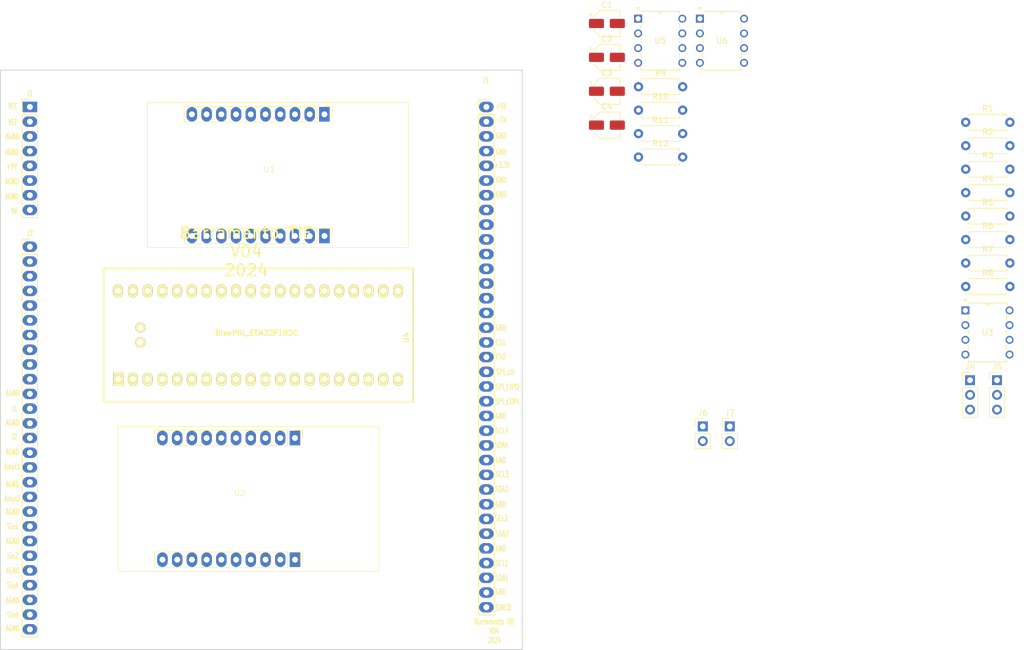
<source format=kicad_pcb>
(kicad_pcb (version 20221018) (generator pcbnew)
  (title_block (title "Barramento V04") (date "2024-02-05") (rev "v04") (company "EITduino") (comment 1 "Autor: Gustavo Pinheiro") (comment 2 "Barramento proposto para uma placa 90x100 mm") (comment 3 "placa de face dupla") (comment 4 "Pinos AGND e DGND"))
  (layers (0 "F.Cu" signal) (31 "B.Cu" signal) (34 "B.Paste" user) (35 "F.Paste" user) (36 "B.SilkS" user "B.Silkscreen") (37 "F.SilkS" user "F.Silkscreen") (38 "B.Mask" user) (39 "F.Mask" user) (44 "Edge.Cuts" user))
  (net 0 "")
  (net 1 "+9V")
  (net 2 "-9V")
  (net 3 "+5V")
  (net 4 "-5V")
  (net 5 "+3.3V")
  (net 12 "Earth")
  (net 14 "I1")
  (net 15 "I2")
  (net 16 "Ampl1")
  (net 17 "Ampl2")
  (net 18 "G1Sin1F")
  (net 19 "G1Sin2F")
  (net 20 "SinA")
  (net 21 "SinB")
  (net 23 "SPI_COPI")
  (net 24 "SPI_CIPO")
  (net 25 "SPI_clk")
  (net 26 "CS1")
  (net 27 "CS0")
  (net 28 "SCL3")
  (net 29 "SDA3")
  (net 30 "SCL2")
  (net 31 "SDA2")
  (net 32 "I2C_SCL")
  (net 33 "I2C_SDA")
  (net 34 "VCC")
  (net 35 "VEE")
  (net 46 "SINCD")
  (net 47 "SCL4")
  (net 48 "SDA4")
  (net 49 "Net-(J4-Pin_1)")
  (net 50 "G1Sin1")
  (net 51 "OUT1")
  (net 52 "OUT2")
  (net 53 "G1Sin2")
  (net 54 "Net-(J5-Pin_3)")
  (net 55 "Net-(J6-Pin_1)")
  (net 56 "Net-(J7-Pin_2)")
  (net 57 "Net-(U3-1IN-)")
  (net 58 "G2Sin1")
  (net 59 "Net-(U3-2IN-)")
  (net 60 "G2Sin2")
  (net 61 "Net-(U1-CLK)")
  (net 62 "Net-(U1-UD)")
  (net 63 "Net-(U1-Serial_Data_(D7))")
  (net 64 "Net-(U1-RESET)")
  (net 75 "Net-(U2-CLK)")
  (net 76 "Net-(U2-UD)")
  (net 77 "Net-(U2-Serial_Data_(D7))")
  (net 78 "Net-(U2-RESET)")
  (net 102 "G2Sin1F")
  (net 119 "G2Sin2F")
  (net 120 "G1Sin1S")
  (net 121 "G1Sin2S")
  (net 122 "G2Sin1S")
  (net 123 "G2Sin2S")
  (footprint "Resistor_THT:R_Axial_DIN0207_L6.3mm_D2.5mm_P7.62mm_Horizontal" (layer "F.Cu") (at 268.1026 63.8434)
    (fp_text reference "R2" (at 3.81 -2.37) (layer "F.SilkS"))
    (fp_text value "100k")
    (pad "1" thru_hole circle (at 0 0) (size 1.6 1.6) (drill 0.8) (layers "*.Cu" "*.Mask") (net 57 "Net-(U3-1IN-)"))
    (pad "2" thru_hole oval (at 7.62 0) (size 1.6 1.6) (drill 0.8) (layers "*.Cu" "*.Mask") (net 122 "G2Sin1S"))
  )
  (footprint "AD9850:AD9850_module" (layer "F.Cu") (at 142.88 124.3)
    (fp_text reference "U2" (at 0 -0.5 unlocked) (layer "F.SilkS") (effects (font (thickness 0.1))))
    (fp_text value "AD9850_module")
    (pad "1" thru_hole rect (at 9.52 -10 270) (size 2.5 1.8) (drill 1.02) (layers "*.Cu" "*.Mask") (net 3 "+5V"))
    (pad "2" thru_hole oval (at 6.98 -10 270) (size 2.5 1.8) (drill 1.02) (layers "*.Cu" "*.Mask") (net 75 "Net-(U2-CLK)"))
    (pad "3" thru_hole oval (at 4.44 -10 270) (size 2.5 1.8) (drill 1.02) (layers "*.Cu" "*.Mask") (net 76 "Net-(U2-UD)"))
    (pad "4" thru_hole oval (at 1.9 -10 270) (size 2.5 1.8) (drill 1.02) (layers "*.Cu" "*.Mask") (net 77 "Net-(U2-Serial_Data_(D7))"))
    (pad "5" thru_hole oval (at -0.64 -10 270) (size 2.5 1.8) (drill 1.02) (layers "*.Cu" "*.Mask") (net 78 "Net-(U2-RESET)"))
    (pad "6" thru_hole oval (at -3.18 -10 270) (size 2.5 1.8) (drill 1.02) (layers "*.Cu" "*.Mask") (net 12 "Earth"))
    (pad "7" thru_hole oval (at -5.72 -10 270) (size 2.5 1.8) (drill 1.02) (layers "*.Cu" "*.Mask"))
    (pad "8" thru_hole oval (at -8.26 -10 270) (size 2.5 1.8) (drill 1.02) (layers "*.Cu" "*.Mask"))
    (pad "9" thru_hole oval (at -10.8 -10 270) (size 2.5 1.8) (drill 1.02) (layers "*.Cu" "*.Mask") (net 58 "G2Sin1"))
    (pad "10" thru_hole oval (at -13.34 -10 270) (size 2.5 1.8) (drill 1.02) (layers "*.Cu" "*.Mask") (net 60 "G2Sin2"))
    (pad "11" thru_hole rect (at 9.53 11 270) (size 2.5 1.8) (drill 1.02) (layers "*.Cu" "*.Mask") (net 3 "+5V"))
    (pad "12" thru_hole oval (at 6.99 11 270) (size 2.5 1.8) (drill 1.02) (layers "*.Cu" "*.Mask"))
    (pad "13" thru_hole oval (at 4.45 11 270) (size 2.5 1.8) (drill 1.02) (layers "*.Cu" "*.Mask"))
    (pad "14" thru_hole oval (at 1.91 11 270) (size 2.5 1.8) (drill 1.02) (layers "*.Cu" "*.Mask"))
    (pad "15" thru_hole oval (at -0.63 11 270) (size 2.5 1.8) (drill 1.02) (layers "*.Cu" "*.Mask"))
    (pad "16" thru_hole oval (at -3.17 11 270) (size 2.5 1.8) (drill 1.02) (layers "*.Cu" "*.Mask"))
    (pad "17" thru_hole oval (at -5.71 11 270) (size 2.5 1.8) (drill 1.02) (layers "*.Cu" "*.Mask"))
    (pad "18" thru_hole oval (at -8.25 11 270) (size 2.5 1.8) (drill 1.02) (layers "*.Cu" "*.Mask"))
    (pad "19" thru_hole oval (at -10.79 11 270) (size 2.5 1.8) (drill 1.02) (layers "*.Cu" "*.Mask"))
    (pad "20" thru_hole oval (at -13.33 11 270) (size 2.5 1.8) (drill 1.02) (layers "*.Cu" "*.Mask") (net 12 "Earth"))
  )
  (footprint "Resistor_THT:R_Axial_DIN0207_L6.3mm_D2.5mm_P7.62mm_Horizontal" (layer "F.Cu") (at 268.1026 80.0434)
    (fp_text reference "R6" (at 3.81 -2.37) (layer "F.SilkS"))
    (fp_text value "100k")
    (pad "1" thru_hole circle (at 0 0) (size 1.6 1.6) (drill 0.8) (layers "*.Cu" "*.Mask") (net 59 "Net-(U3-2IN-)"))
    (pad "2" thru_hole oval (at 7.62 0) (size 1.6 1.6) (drill 0.8) (layers "*.Cu" "*.Mask") (net 123 "G2Sin2S"))
  )
  (footprint "Resistor_THT:R_Axial_DIN0207_L6.3mm_D2.5mm_P7.62mm_Horizontal" (layer "F.Cu") (at 211.657 57.7048)
    (fp_text reference "R10" (at 3.81 -2.37) (layer "F.SilkS"))
    (fp_text value "160k")
    (pad "1" thru_hole circle (at 0 0) (size 1.6 1.6) (drill 0.8) (layers "*.Cu" "*.Mask") (net 12 "Earth"))
    (pad "2" thru_hole oval (at 7.62 0) (size 1.6 1.6) (drill 0.8) (layers "*.Cu" "*.Mask") (net 19 "G1Sin2F"))
  )
  (footprint "Resistor_THT:R_Axial_DIN0207_L6.3mm_D2.5mm_P7.62mm_Horizontal" (layer "F.Cu") (at 211.657 65.8048)
    (fp_text reference "R12" (at 3.81 -2.37) (layer "F.SilkS"))
    (fp_text value "160k")
    (pad "1" thru_hole circle (at 0 0) (size 1.6 1.6) (drill 0.8) (layers "*.Cu" "*.Mask") (net 12 "Earth"))
    (pad "2" thru_hole oval (at 7.62 0) (size 1.6 1.6) (drill 0.8) (layers "*.Cu" "*.Mask") (net 119 "G2Sin2F"))
  )
  (footprint "Resistor_THT:R_Axial_DIN0207_L6.3mm_D2.5mm_P7.62mm_Horizontal" (layer "F.Cu") (at 211.657 61.7548)
    (fp_text reference "R11" (at 3.81 -2.37) (layer "F.SilkS"))
    (fp_text value "160k")
    (pad "1" thru_hole circle (at 0 0) (size 1.6 1.6) (drill 0.8) (layers "*.Cu" "*.Mask") (net 102 "G2Sin1F"))
    (pad "2" thru_hole oval (at 7.62 0) (size 1.6 1.6) (drill 0.8) (layers "*.Cu" "*.Mask") (net 12 "Earth"))
  )
  (footprint "Resistor_THT:R_Axial_DIN0207_L6.3mm_D2.5mm_P7.62mm_Horizontal" (layer "F.Cu") (at 268.1026 88.1434)
    (fp_text reference "R8" (at 3.81 -2.37) (layer "F.SilkS"))
    (fp_text value "47k")
    (pad "1" thru_hole circle (at 0 0) (size 1.6 1.6) (drill 0.8) (layers "*.Cu" "*.Mask") (net 5 "+3.3V"))
    (pad "2" thru_hole oval (at 7.62 0) (size 1.6 1.6) (drill 0.8) (layers "*.Cu" "*.Mask") (net 56 "Net-(J7-Pin_2)"))
  )
  (footprint "TL072:P8" (layer "F.Cu") (at 219.218 49.53)
    (fp_text reference "U5" (at -3.81 -3.81 unlocked) (layer "F.SilkS"))
    (fp_text value "TL072CP")
    (fp_text user "*" (at -7.62 -9.0678 unlocked) (layer "F.SilkS"))
    (fp_text user "*" (at -7.62 -9.0678) (layer "F.SilkS"))
    (pad "1" thru_hole rect (at -7.62 -7.62) (size 1.3716 1.3716) (drill 0.8636) (layers "*.Cu" "*.Mask") (net 120 "G1Sin1S"))
    (pad "2" thru_hole circle (at -7.62 -5.08) (size 1.3716 1.3716) (drill 0.8636) (layers "*.Cu" "*.Mask") (net 120 "G1Sin1S"))
    (pad "3" thru_hole circle (at -7.62 -2.54) (size 1.3716 1.3716) (drill 0.8636) (layers "*.Cu" "*.Mask") (net 18 "G1Sin1F"))
    (pad "4" thru_hole circle (at -7.62 0) (size 1.3716 1.3716) (drill 0.8636) (layers "*.Cu" "*.Mask") (net 2 "-9V"))
    (pad "5" thru_hole circle (at 0 0) (size 1.3716 1.3716) (drill 0.8636) (layers "*.Cu" "*.Mask") (net 19 "G1Sin2F"))
    (pad "6" thru_hole circle (at 0 -2.54) (size 1.3716 1.3716) (drill 0.8636) (layers "*.Cu" "*.Mask") (net 121 "G1Sin2S"))
    (pad "7" thru_hole circle (at 0 -5.08) (size 1.3716 1.3716) (drill 0.8636) (layers "*.Cu" "*.Mask") (net 121 "G1Sin2S"))
    (pad "8" thru_hole circle (at 0 -7.62) (size 1.3716 1.3716) (drill 0.8636) (layers "*.Cu" "*.Mask") (net 1 "+9V"))
  )
  (footprint "TL072:P8" (layer "F.Cu") (at 275.6636 99.8886)
    (fp_text reference "U3" (at -3.81 -3.81 unlocked) (layer "F.SilkS"))
    (fp_text value "TL072CP")
    (fp_text user "*" (at -7.62 -9.0678) (layer "F.SilkS"))
    (fp_text user "*" (at -7.62 -9.0678 unlocked) (layer "F.SilkS"))
    (pad "1" thru_hole rect (at -7.62 -7.62) (size 1.3716 1.3716) (drill 0.8636) (layers "*.Cu" "*.Mask") (net 51 "OUT1"))
    (pad "2" thru_hole circle (at -7.62 -5.08) (size 1.3716 1.3716) (drill 0.8636) (layers "*.Cu" "*.Mask") (net 57 "Net-(U3-1IN-)"))
    (pad "3" thru_hole circle (at -7.62 -2.54) (size 1.3716 1.3716) (drill 0.8636) (layers "*.Cu" "*.Mask") (net 12 "Earth"))
    (pad "4" thru_hole circle (at -7.62 0) (size 1.3716 1.3716) (drill 0.8636) (layers "*.Cu" "*.Mask") (net 2 "-9V"))
    (pad "5" thru_hole circle (at 0 0) (size 1.3716 1.3716) (drill 0.8636) (layers "*.Cu" "*.Mask") (net 12 "Earth"))
    (pad "6" thru_hole circle (at 0 -2.54) (size 1.3716 1.3716) (drill 0.8636) (layers "*.Cu" "*.Mask") (net 59 "Net-(U3-2IN-)"))
    (pad "7" thru_hole circle (at 0 -5.08) (size 1.3716 1.3716) (drill 0.8636) (layers "*.Cu" "*.Mask") (net 52 "OUT2"))
    (pad "8" thru_hole circle (at 0 -7.62) (size 1.3716 1.3716) (drill 0.8636) (layers "*.Cu" "*.Mask") (net 1 "+9V"))
  )
  (footprint "Resistor_THT:R_Axial_DIN0207_L6.3mm_D2.5mm_P7.62mm_Horizontal" (layer "F.Cu") (at 268.1026 75.9934)
    (fp_text reference "R5" (at 3.81 -2.37) (layer "F.SilkS"))
    (fp_text value "100k")
    (pad "1" thru_hole circle (at 0 0) (size 1.6 1.6) (drill 0.8) (layers "*.Cu" "*.Mask") (net 59 "Net-(U3-2IN-)"))
    (pad "2" thru_hole oval (at 7.62 0) (size 1.6 1.6) (drill 0.8) (layers "*.Cu" "*.Mask") (net 52 "OUT2"))
  )
  (footprint "Connector_PinHeader_2.54mm:PinHeader_1x35_P2.54mm_Vertical" (layer "F.Cu") (at 185.42 57.15)
    (fp_text reference "J3" (at -0.165 -4.535) (layer "F.SilkS") (effects (font (size 1 0.6))))
    (fp_text value "comunicacao / sinais digitais" hide)
    (pad "1" thru_hole oval (at 0 0) (size 2.5 1.8) (drill 1.02) (layers "*.Cu" "*.Mask") (net 3 "+5V"))
    (pad "2" thru_hole oval (at 0 2.54) (size 2.5 1.8) (drill 1.02) (layers "*.Cu" "*.Mask") (net 4 "-5V"))
    (pad "3" thru_hole oval (at 0 5.08) (size 2.5 1.8) (drill 1.02) (layers "*.Cu" "*.Mask") (net 12 "Earth"))
    (pad "4" thru_hole oval (at 0 7.62) (size 2.5 1.8) (drill 1.02) (layers "*.Cu" "*.Mask") (net 12 "Earth"))
    (pad "5" thru_hole oval (at 0 10.16) (size 2.5 1.8) (drill 1.02) (layers "*.Cu" "*.Mask") (net 5 "+3.3V"))
    (pad "6" thru_hole oval (at 0 12.7) (size 2.5 1.8) (drill 1.02) (layers "*.Cu" "*.Mask") (net 12 "Earth"))
    (pad "7" thru_hole oval (at 0 15.24) (size 2.5 1.8) (drill 1.02) (layers "*.Cu" "*.Mask") (net 12 "Earth"))
    (pad "8" thru_hole oval (at 0 17.78) (size 2.5 1.8) (drill 1.02) (layers "*.Cu" "*.Mask"))
    (pad "9" thru_hole oval (at 0 20.32) (size 2.5 1.8) (drill 1.02) (layers "*.Cu" "*.Mask"))
    (pad "10" thru_hole oval (at 0 22.86) (size 2.5 1.8) (drill 1.02) (layers "*.Cu" "*.Mask"))
    (pad "11" thru_hole oval (at 0 25.4) (size 2.5 1.8) (drill 1.02) (layers "*.Cu" "*.Mask"))
    (pad "12" thru_hole oval (at 0 27.94) (size 2.5 1.8) (drill 1.02) (layers "*.Cu" "*.Mask"))
    (pad "13" thru_hole oval (at 0 30.48) (size 2.5 1.8) (drill 1.02) (layers "*.Cu" "*.Mask"))
    (pad "14" thru_hole oval (at 0 33.02) (size 2.5 1.8) (drill 1.02) (layers "*.Cu" "*.Mask"))
    (pad "15" thru_hole oval (at 0 35.56) (size 2.5 1.8) (drill 1.02) (layers "*.Cu" "*.Mask"))
    (pad "16" thru_hole oval (at 0 38.1) (size 2.5 1.8) (drill 1.02) (layers "*.Cu" "*.Mask") (net 12 "Earth"))
    (pad "17" thru_hole oval (at 0 40.64) (size 2.5 1.8) (drill 1.02) (layers "*.Cu" "*.Mask") (net 26 "CS1"))
    (pad "18" thru_hole oval (at 0 43.18) (size 2.5 1.8) (drill 1.02) (layers "*.Cu" "*.Mask") (net 27 "CS0"))
    (pad "19" thru_hole oval (at 0 45.72) (size 2.5 1.8) (drill 1.02) (layers "*.Cu" "*.Mask") (net 25 "SPI_clk"))
    (pad "20" thru_hole oval (at 0 48.26) (size 2.5 1.8) (drill 1.02) (layers "*.Cu" "*.Mask") (net 24 "SPI_CIPO"))
    (pad "21" thru_hole oval (at 0 50.8) (size 2.5 1.8) (drill 1.02) (layers "*.Cu" "*.Mask") (net 23 "SPI_COPI"))
    (pad "22" thru_hole oval (at 0 53.34) (size 2.5 1.8) (drill 1.02) (layers "*.Cu" "*.Mask") (net 12 "Earth"))
    (pad "23" thru_hole oval (at 0 55.88) (size 2.5 1.8) (drill 1.02) (layers "*.Cu" "*.Mask") (net 47 "SCL4"))
    (pad "24" thru_hole oval (at 0 58.42) (size 2.5 1.8) (drill 1.02) (layers "*.Cu" "*.Mask") (net 48 "SDA4"))
    (pad "25" thru_hole oval (at 0 60.96) (size 2.5 1.8) (drill 1.02) (layers "*.Cu" "*.Mask") (net 12 "Earth"))
    (pad "26" thru_hole oval (at 0 63.5) (size 2.5 1.8) (drill 1.02) (layers "*.Cu" "*.Mask") (net 28 "SCL3"))
    (pad "27" thru_hole oval (at 0 66.04) (size 2.5 1.8) (drill 1.02) (layers "*.Cu" "*.Mask") (net 29 "SDA3"))
    (pad "28" thru_hole oval (at 0 68.58) (size 2.5 1.8) (drill 1.02) (layers "*.Cu" "*.Mask") (net 12 "Earth"))
    (pad "29" thru_hole oval (at 0 71.12) (size 2.5 1.8) (drill 1.02) (layers "*.Cu" "*.Mask") (net 30 "SCL2"))
    (pad "30" thru_hole oval (at 0 73.66) (size 2.5 1.8) (drill 1.02) (layers "*.Cu" "*.Mask") (net 31 "SDA2"))
    (pad "31" thru_hole oval (at 0 76.2) (size 2.5 1.8) (drill 1.02) (layers "*.Cu" "*.Mask") (net 12 "Earth"))
    (pad "32" thru_hole oval (at 0 78.74) (size 2.5 1.8) (drill 1.02) (layers "*.Cu" "*.Mask") (net 32 "I2C_SCL"))
    (pad "33" thru_hole oval (at 0 81.28) (size 2.5 1.8) (drill 1.02) (layers "*.Cu" "*.Mask") (net 33 "I2C_SDA"))
    (pad "34" thru_hole oval (at 0 83.82) (size 2.5 1.8) (drill 1.02) (layers "*.Cu" "*.Mask") (net 12 "Earth"))
    (pad "35" thru_hole oval (at 0 86.36) (size 2.5 1.8) (drill 1.02) (layers "*.Cu" "*.Mask") (net 46 "SINCD"))
  )
  (footprint "Capacitor_SMD:CP_Elec_4x5.8" (layer "F.Cu") (at 206.207 42.7348)
    (fp_text reference "C1" (at 0 -3.2) (layer "F.SilkS"))
    (fp_text value "100 nF")
    (pad "1" smd roundrect (at -1.8 0) (size 2.6 1.6) (layers "F.Cu" "F.Paste" "F.Mask") (roundrect_rratio 0.15625) (net 50 "G1Sin1"))
    (pad "2" smd roundrect (at 1.8 0) (size 2.6 1.6) (layers "F.Cu" "F.Paste" "F.Mask") (roundrect_rratio 0.15625) (net 18 "G1Sin1F"))
  )
  (footprint "Capacitor_SMD:CP_Elec_4x5.8" (layer "F.Cu") (at 206.207 54.4348)
    (fp_text reference "C3" (at 0 -3.2) (layer "F.SilkS"))
    (fp_text value "100 nF")
    (pad "1" smd roundrect (at -1.8 0) (size 2.6 1.6) (layers "F.Cu" "F.Paste" "F.Mask") (roundrect_rratio 0.15625) (net 58 "G2Sin1"))
    (pad "2" smd roundrect (at 1.8 0) (size 2.6 1.6) (layers "F.Cu" "F.Paste" "F.Mask") (roundrect_rratio 0.15625) (net 102 "G2Sin1F"))
  )
  (footprint "Resistor_THT:R_Axial_DIN0207_L6.3mm_D2.5mm_P7.62mm_Horizontal" (layer "F.Cu") (at 268.1026 71.9434)
    (fp_text reference "R4" (at 3.81 -2.37) (layer "F.SilkS"))
    (fp_text value "100k")
    (pad "1" thru_hole circle (at 0 0) (size 1.6 1.6) (drill 0.8) (layers "*.Cu" "*.Mask") (net 59 "Net-(U3-2IN-)"))
    (pad "2" thru_hole oval (at 7.62 0) (size 1.6 1.6) (drill 0.8) (layers "*.Cu" "*.Mask") (net 54 "Net-(J5-Pin_3)"))
  )
  (footprint "Connector_PinHeader_2.54mm:PinHeader_1x02_P2.54mm_Vertical" (layer "F.Cu") (at 222.7526 112.2934)
    (fp_text reference "J6" (at 0 -2.33) (layer "F.SilkS"))
    (fp_text value "Conn_01x02")
    (pad "1" thru_hole rect (at 0 0) (size 1.7 1.7) (drill 1) (layers "*.Cu" "*.Mask") (net 55 "Net-(J6-Pin_1)"))
    (pad "2" thru_hole oval (at 0 2.54) (size 1.7 1.7) (drill 1) (layers "*.Cu" "*.Mask") (net 33 "I2C_SDA"))
  )
  (footprint "Capacitor_SMD:CP_Elec_4x5.8" (layer "F.Cu") (at 206.207 60.2848)
    (fp_text reference "C4" (at 0 -3.2) (layer "F.SilkS"))
    (fp_text value "100 nF")
    (pad "1" smd roundrect (at -1.8 0) (size 2.6 1.6) (layers "F.Cu" "F.Paste" "F.Mask") (roundrect_rratio 0.15625) (net 60 "G2Sin2"))
    (pad "2" smd roundrect (at 1.8 0) (size 2.6 1.6) (layers "F.Cu" "F.Paste" "F.Mask") (roundrect_rratio 0.15625) (net 119 "G2Sin2F"))
  )
  (footprint "Capacitor_SMD:CP_Elec_4x5.8" (layer "F.Cu") (at 206.207 48.5848)
    (fp_text reference "C2" (at 0 -3.2) (layer "F.SilkS"))
    (fp_text value "100 nF")
    (pad "1" smd roundrect (at -1.8 0) (size 2.6 1.6) (layers "F.Cu" "F.Paste" "F.Mask") (roundrect_rratio 0.15625) (net 53 "G1Sin2"))
    (pad "2" smd roundrect (at 1.8 0) (size 2.6 1.6) (layers "F.Cu" "F.Paste" "F.Mask") (roundrect_rratio 0.15625) (net 19 "G1Sin2F"))
  )
  (footprint "TL072:P8" (layer "F.Cu") (at 229.87 49.53)
    (fp_text reference "U6" (at -3.81 -3.81 unlocked) (layer "F.SilkS"))
    (fp_text value "TL072CP")
    (fp_text user "*" (at -7.62 -9.0678) (layer "F.SilkS"))
    (fp_text user "*" (at -7.62 -9.0678 unlocked) (layer "F.SilkS"))
    (pad "1" thru_hole rect (at -7.62 -7.62) (size 1.3716 1.3716) (drill 0.8636) (layers "*.Cu" "*.Mask") (net 122 "G2Sin1S"))
    (pad "2" thru_hole circle (at -7.62 -5.08) (size 1.3716 1.3716) (drill 0.8636) (layers "*.Cu" "*.Mask") (net 122 "G2Sin1S"))
    (pad "3" thru_hole circle (at -7.62 -2.54) (size 1.3716 1.3716) (drill 0.8636) (layers "*.Cu" "*.Mask") (net 102 "G2Sin1F"))
    (pad "4" thru_hole circle (at -7.62 0) (size 1.3716 1.3716) (drill 0.8636) (layers "*.Cu" "*.Mask") (net 2 "-9V"))
    (pad "5" thru_hole circle (at 0 0) (size 1.3716 1.3716) (drill 0.8636) (layers "*.Cu" "*.Mask") (net 119 "G2Sin2F"))
    (pad "6" thru_hole circle (at 0 -2.54) (size 1.3716 1.3716) (drill 0.8636) (layers "*.Cu" "*.Mask") (net 123 "G2Sin2S"))
    (pad "7" thru_hole circle (at 0 -5.08) (size 1.3716 1.3716) (drill 0.8636) (layers "*.Cu" "*.Mask") (net 123 "G2Sin2S"))
    (pad "8" thru_hole circle (at 0 -7.62) (size 1.3716 1.3716) (drill 0.8636) (layers "*.Cu" "*.Mask") (net 1 "+9V"))
  )
  (footprint "AD9850:AD9850_module" (layer "F.Cu") (at 147.96 68.42)
    (fp_text reference "U1" (at 0 -0.5 unlocked) (layer "F.SilkS") (effects (font (thickness 0.1))))
    (fp_text value "Gerador1_AD9850")
    (pad "1" thru_hole rect (at 9.52 -10 270) (size 2.5 1.8) (drill 1.02) (layers "*.Cu" "*.Mask") (net 3 "+5V"))
    (pad "2" thru_hole oval (at 6.98 -10 270) (size 2.5 1.8) (drill 1.02) (layers "*.Cu" "*.Mask") (net 61 "Net-(U1-CLK)"))
    (pad "3" thru_hole oval (at 4.44 -10 270) (size 2.5 1.8) (drill 1.02) (layers "*.Cu" "*.Mask") (net 62 "Net-(U1-UD)"))
    (pad "4" thru_hole oval (at 1.9 -10 270) (size 2.5 1.8) (drill 1.02) (layers "*.Cu" "*.Mask") (net 63 "Net-(U1-Serial_Data_(D7))"))
    (pad "5" thru_hole oval (at -0.64 -10 270) (size 2.5 1.8) (drill 1.02) (layers "*.Cu" "*.Mask") (net 64 "Net-(U1-RESET)"))
    (pad "6" thru_hole oval (at -3.18 -10 270) (size 2.5 1.8) (drill 1.02) (layers "*.Cu" "*.Mask") (net 12 "Earth"))
    (pad "7" thru_hole oval (at -5.72 -10 270) (size 2.5 1.8) (drill 1.02) (layers "*.Cu" "*.Mask"))
    (pad "8" thru_hole oval (at -8.26 -10 270) (size 2.5 1.8) (drill 1.02) (layers "*.Cu" "*.Mask"))
    (pad "9" thru_hole oval (at -10.8 -10 270) (size 2.5 1.8) (drill 1.02) (layers "*.Cu" "*.Mask") (net 50 "G1Sin1"))
    (pad "10" thru_hole oval (at -13.34 -10 270) (size 2.5 1.8) (drill 1.02) (layers "*.Cu" "*.Mask") (net 53 "G1Sin2"))
    (pad "11" thru_hole rect (at 9.53 11 270) (size 2.5 1.8) (drill 1.02) (layers "*.Cu" "*.Mask") (net 3 "+5V"))
    (pad "12" thru_hole oval (at 6.99 11 270) (size 2.5 1.8) (drill 1.02) (layers "*.Cu" "*.Mask"))
    (pad "13" thru_hole oval (at 4.45 11 270) (size 2.5 1.8) (drill 1.02) (layers "*.Cu" "*.Mask"))
    (pad "14" thru_hole oval (at 1.91 11 270) (size 2.5 1.8) (drill 1.02) (layers "*.Cu" "*.Mask"))
    (pad "15" thru_hole oval (at -0.63 11 270) (size 2.5 1.8) (drill 1.02) (layers "*.Cu" "*.Mask"))
    (pad "16" thru_hole oval (at -3.17 11 270) (size 2.5 1.8) (drill 1.02) (layers "*.Cu" "*.Mask"))
    (pad "17" thru_hole oval (at -5.71 11 270) (size 2.5 1.8) (drill 1.02) (layers "*.Cu" "*.Mask"))
    (pad "18" thru_hole oval (at -8.25 11 270) (size 2.5 1.8) (drill 1.02) (layers "*.Cu" "*.Mask"))
    (pad "19" thru_hole oval (at -10.79 11 270) (size 2.5 1.8) (drill 1.02) (layers "*.Cu" "*.Mask"))
    (pad "20" thru_hole oval (at -13.33 11 270) (size 2.5 1.8) (drill 1.02) (layers "*.Cu" "*.Mask") (net 12 "Earth"))
  )
  (footprint "Connector_PinHeader_2.54mm:PinHeader_1x08_P2.54mm_Vertical" (layer "F.Cu") (at 106.68 57.15)
    (fp_text reference "J1" (at 0 -2.33) (layer "F.SilkS") (effects (font (size 1 0.6))))
    (fp_text value "alimentacao analogica" hide)
    (pad "1" thru_hole rect (at 0 0) (size 2.5 1.8) (drill 1.02) (layers "*.Cu" "*.Mask") (net 34 "VCC"))
    (pad "2" thru_hole oval (at 0 2.54) (size 2.5 1.8) (drill 1.02) (layers "*.Cu" "*.Mask") (net 35 "VEE"))
    (pad "3" thru_hole oval (at 0 5.08) (size 2.5 1.8) (drill 1.02) (layers "*.Cu" "*.Mask") (net 12 "Earth"))
    (pad "4" thru_hole oval (at 0 7.62) (size 2.5 1.8) (drill 1.02) (layers "*.Cu" "*.Mask") (net 12 "Earth"))
    (pad "5" thru_hole oval (at 0 10.16) (size 2.5 1.8) (drill 1.02) (layers "*.Cu" "*.Mask") (net 1 "+9V"))
    (pad "6" thru_hole oval (at 0 12.7) (size 2.5 1.8) (drill 1.02) (layers "*.Cu" "*.Mask") (net 12 "Earth"))
    (pad "7" thru_hole oval (at 0 15.24) (size 2.5 1.8) (drill 1.02) (layers "*.Cu" "*.Mask") (net 12 "Earth"))
    (pad "8" thru_hole oval (at 0 17.78) (size 2.5 1.8) (drill 1.02) (layers "*.Cu" "*.Mask") (net 2 "-9V"))
  )
  (footprint "Connector_PinHeader_2.54mm:PinHeader_1x27_P2.54mm_Vertical" (layer "F.Cu") (at 106.68 81.28)
    (fp_text reference "J2" (at 0 -2.33) (layer "F.SilkS") (effects (font (size 1 0.6))))
    (fp_text value "sinais analogicos" hide)
    (pad "1" thru_hole oval (at 0 0) (size 2.5 1.8) (drill 1.02) (layers "*.Cu" "*.Mask"))
    (pad "2" thru_hole oval (at 0 2.54) (size 2.5 1.8) (drill 1.02) (layers "*.Cu" "*.Mask"))
    (pad "3" thru_hole oval (at 0 5.08) (size 2.5 1.8) (drill 1.02) (layers "*.Cu" "*.Mask"))
    (pad "4" thru_hole oval (at 0 7.62) (size 2.5 1.8) (drill 1.02) (layers "*.Cu" "*.Mask"))
    (pad "5" thru_hole oval (at 0 10.16) (size 2.5 1.8) (drill 1.02) (layers "*.Cu" "*.Mask"))
    (pad "6" thru_hole oval (at 0 12.7) (size 2.5 1.8) (drill 1.02) (layers "*.Cu" "*.Mask"))
    (pad "7" thru_hole oval (at 0 15.24) (size 2.5 1.8) (drill 1.02) (layers "*.Cu" "*.Mask"))
    (pad "8" thru_hole oval (at 0 17.78) (size 2.5 1.8) (drill 1.02) (layers "*.Cu" "*.Mask"))
    (pad "9" thru_hole oval (at 0 20.32) (size 2.5 1.8) (drill 1.02) (layers "*.Cu" "*.Mask"))
    (pad "10" thru_hole oval (at 0 22.86) (size 2.5 1.8) (drill 1.02) (layers "*.Cu" "*.Mask"))
    (pad "11" thru_hole oval (at 0 25.4) (size 2.5 1.8) (drill 1.02) (layers "*.Cu" "*.Mask") (net 12 "Earth"))
    (pad "12" thru_hole oval (at 0 27.94) (size 2.5 1.8) (drill 1.02) (layers "*.Cu" "*.Mask") (net 14 "I1"))
    (pad "13" thru_hole oval (at 0 30.48) (size 2.5 1.8) (drill 1.02) (layers "*.Cu" "*.Mask") (net 12 "Earth"))
    (pad "14" thru_hole oval (at 0 33.02) (size 2.5 1.8) (drill 1.02) (layers "*.Cu" "*.Mask") (net 15 "I2"))
    (pad "15" thru_hole oval (at 0 35.56) (size 2.5 1.8) (drill 1.02) (layers "*.Cu" "*.Mask") (net 12 "Earth"))
    (pad "16" thru_hole oval (at 0 38.1) (size 2.5 1.8) (drill 1.02) (layers "*.Cu" "*.Mask") (net 16 "Ampl1"))
    (pad "17" thru_hole oval (at 0 40.64) (size 2.5 1.8) (drill 1.02) (layers "*.Cu" "*.Mask") (net 12 "Earth"))
    (pad "18" thru_hole oval (at 0 43.18) (size 2.5 1.8) (drill 1.02) (layers "*.Cu" "*.Mask") (net 17 "Ampl2"))
    (pad "19" thru_hole oval (at 0 45.72) (size 2.5 1.8) (drill 1.02) (layers "*.Cu" "*.Mask") (net 12 "Earth"))
    (pad "20" thru_hole oval (at 0 48.26) (size 2.5 1.8) (drill 1.02) (layers "*.Cu" "*.Mask") (net 51 "OUT1"))
    (pad "21" thru_hole oval (at 0 50.8) (size 2.5 1.8) (drill 1.02) (layers "*.Cu" "*.Mask") (net 12 "Earth"))
    (pad "22" thru_hole oval (at 0 53.34) (size 2.5 1.8) (drill 1.02) (layers "*.Cu" "*.Mask") (net 52 "OUT2"))
    (pad "23" thru_hole oval (at 0 55.88) (size 2.5 1.8) (drill 1.02) (layers "*.Cu" "*.Mask") (net 12 "Earth"))
    (pad "24" thru_hole oval (at 0 58.42) (size 2.5 1.8) (drill 1.02) (layers "*.Cu" "*.Mask") (net 20 "SinA"))
    (pad "25" thru_hole oval (at 0 60.96) (size 2.5 1.8) (drill 1.02) (layers "*.Cu" "*.Mask") (net 12 "Earth"))
    (pad "26" thru_hole oval (at 0 63.5) (size 2.5 1.8) (drill 1.02) (layers "*.Cu" "*.Mask") (net 21 "SinB"))
    (pad "27" thru_hole oval (at 0 66.04) (size 2.5 1.8) (drill 1.02) (layers "*.Cu" "*.Mask") (net 12 "Earth"))
  )
  (footprint "Connector_PinHeader_2.54mm:PinHeader_1x02_P2.54mm_Vertical" (layer "F.Cu") (at 227.4026 112.2934)
    (fp_text reference "J7" (at 0 -2.33) (layer "F.SilkS"))
    (fp_text value "Conn_01x02")
    (pad "1" thru_hole rect (at 0 0) (size 1.7 1.7) (drill 1) (layers "*.Cu" "*.Mask") (net 32 "I2C_SCL"))
    (pad "2" thru_hole oval (at 0 2.54) (size 1.7 1.7) (drill 1) (layers "*.Cu" "*.Mask") (net 56 "Net-(J7-Pin_2)"))
  )
  (footprint "Connector_PinHeader_2.54mm:PinHeader_1x03_P2.54mm_Vertical" (layer "F.Cu") (at 268.8526 104.3134)
    (fp_text reference "J4" (at 0 -2.33) (layer "F.SilkS"))
    (fp_text value "Conn_01x03")
    (pad "1" thru_hole rect (at 0 0) (size 1.7 1.7) (drill 1) (layers "*.Cu" "*.Mask") (net 49 "Net-(J4-Pin_1)"))
    (pad "2" thru_hole oval (at 0 2.54) (size 1.7 1.7) (drill 1) (layers "*.Cu" "*.Mask") (net 120 "G1Sin1S"))
    (pad "3" thru_hole oval (at 0 5.08) (size 1.7 1.7) (drill 1) (layers "*.Cu" "*.Mask") (net 51 "OUT1"))
  )
  (footprint "Resistor_THT:R_Axial_DIN0207_L6.3mm_D2.5mm_P7.62mm_Horizontal" (layer "F.Cu") (at 268.1026 59.7934)
    (fp_text reference "R1" (at 3.81 -2.37) (layer "F.SilkS"))
    (fp_text value "100k")
    (pad "1" thru_hole circle (at 0 0) (size 1.6 1.6) (drill 0.8) (layers "*.Cu" "*.Mask") (net 57 "Net-(U3-1IN-)"))
    (pad "2" thru_hole oval (at 7.62 0) (size 1.6 1.6) (drill 0.8) (layers "*.Cu" "*.Mask") (net 49 "Net-(J4-Pin_1)"))
  )
  (footprint "Resistor_THT:R_Axial_DIN0207_L6.3mm_D2.5mm_P7.62mm_Horizontal" (layer "F.Cu") (at 268.1026 84.0934)
    (fp_text reference "R7" (at 3.81 -2.37) (layer "F.SilkS"))
    (fp_text value "47k")
    (pad "1" thru_hole circle (at 0 0) (size 1.6 1.6) (drill 0.8) (layers "*.Cu" "*.Mask") (net 5 "+3.3V"))
    (pad "2" thru_hole oval (at 7.62 0) (size 1.6 1.6) (drill 0.8) (layers "*.Cu" "*.Mask") (net 55 "Net-(J6-Pin_1)"))
  )
  (footprint "Connector_PinHeader_2.54mm:PinHeader_1x03_P2.54mm_Vertical" (layer "F.Cu") (at 273.5026 104.3134)
    (fp_text reference "J5" (at 0 -2.33) (layer "F.SilkS"))
    (fp_text value "Conn_01x03")
    (pad "1" thru_hole rect (at 0 0) (size 1.7 1.7) (drill 1) (layers "*.Cu" "*.Mask") (net 52 "OUT2"))
    (pad "2" thru_hole oval (at 0 2.54) (size 1.7 1.7) (drill 1) (layers "*.Cu" "*.Mask") (net 121 "G1Sin2S"))
    (pad "3" thru_hole oval (at 0 5.08) (size 1.7 1.7) (drill 1) (layers "*.Cu" "*.Mask") (net 54 "Net-(J5-Pin_3)"))
  )
  (footprint "Resistor_THT:R_Axial_DIN0207_L6.3mm_D2.5mm_P7.62mm_Horizontal" (layer "F.Cu") (at 211.657 53.6548)
    (fp_text reference "R9" (at 3.81 -2.37) (layer "F.SilkS"))
    (fp_text value "160k")
    (pad "1" thru_hole circle (at 0 0) (size 1.6 1.6) (drill 0.8) (layers "*.Cu" "*.Mask") (net 12 "Earth"))
    (pad "2" thru_hole oval (at 7.62 0) (size 1.6 1.6) (drill 0.8) (layers "*.Cu" "*.Mask") (net 18 "G1Sin1F"))
  )
  (footprint "STM32:BluePill_STM32F103C" (layer "F.Cu") (at 121.9708 104.14 90)
    (fp_text reference "U4" (at 7.1628 49.6062 90) (layer "F.SilkS") (effects (font (size 0.889 0.889) (thickness 0.3048))))
    (fp_text value "BluePill_STM32F103C" (at 7.9756 23.7998) (layer "F.SilkS") (effects (font (size 0.889 0.889) (thickness 0.22225))))
    (pad "1" thru_hole rect (at 0 -0.0508) (size 1.7272 2.25) (drill 1.016) (layers "*.Cu" "*.Mask" "F.SilkS"))
    (pad "2" thru_hole oval (at 0 2.4892) (size 1.7272 2.25) (drill 1.016) (layers "*.Cu" "*.Mask" "F.SilkS"))
    (pad "3" thru_hole oval (at 0 5.0292) (size 1.7272 2.25) (drill 1.016) (layers "*.Cu" "*.Mask" "F.SilkS"))
    (pad "4" thru_hole oval (at 0 7.5692) (size 1.7272 2.25) (drill 1.016) (layers "*.Cu" "*.Mask" "F.SilkS"))
    (pad "5" thru_hole oval (at 0 10.1092) (size 1.7272 2.25) (drill 1.016) (layers "*.Cu" "*.Mask" "F.SilkS"))
    (pad "6" thru_hole oval (at 0 12.6492) (size 1.7272 2.25) (drill 1.016) (layers "*.Cu" "*.Mask" "F.SilkS"))
    (pad "7" thru_hole oval (at 0 15.1892) (size 1.7272 2.25) (drill 1.016) (layers "*.Cu" "*.Mask" "F.SilkS"))
    (pad "8" thru_hole oval (at 0 17.7292) (size 1.7272 2.25) (drill 1.016) (layers "*.Cu" "*.Mask" "F.SilkS"))
    (pad "9" thru_hole oval (at 0 20.2692) (size 1.7272 2.25) (drill 1.016) (layers "*.Cu" "*.Mask" "F.SilkS") (net 78 "Net-(U2-RESET)"))
    (pad "10" thru_hole oval (at 0 22.8092) (size 1.7272 2.25) (drill 1.016) (layers "*.Cu" "*.Mask" "F.SilkS") (net 77 "Net-(U2-Serial_Data_(D7))"))
    (pad "11" thru_hole oval (at 0 25.3492) (size 1.7272 2.25) (drill 1.016) (layers "*.Cu" "*.Mask" "F.SilkS") (net 76 "Net-(U2-UD)"))
    (pad "12" thru_hole oval (at 0 27.8892) (size 1.7272 2.25) (drill 1.016) (layers "*.Cu" "*.Mask" "F.SilkS") (net 75 "Net-(U2-CLK)"))
    (pad "13" thru_hole oval (at 0 30.4292) (size 1.7272 2.25) (drill 1.016) (layers "*.Cu" "*.Mask" "F.SilkS"))
    (pad "14" thru_hole oval (at 0 32.9692) (size 1.7272 2.25) (drill 1.016) (layers "*.Cu" "*.Mask" "F.SilkS"))
    (pad "15" thru_hole oval (at 0 35.5092) (size 1.7272 2.25) (drill 1.016) (layers "*.Cu" "*.Mask" "F.SilkS"))
    (pad "16" thru_hole oval (at 0 38.0492) (size 1.7272 2.25) (drill 1.016) (layers "*.Cu" "*.Mask" "F.SilkS"))
    (pad "17" thru_hole oval (at 0 40.5892) (size 1.7272 2.25) (drill 1.016) (layers "*.Cu" "*.Mask" "F.SilkS"))
    (pad "18" thru_hole oval (at 0 43.1292) (size 1.7272 2.25) (drill 1.016) (layers "*.Cu" "*.Mask" "F.SilkS") (net 5 "+3.3V"))
    (pad "19" thru_hole oval (at 0 45.6692) (size 1.7272 2.25) (drill 1.016) (layers "*.Cu" "*.Mask" "F.SilkS") (net 12 "Earth"))
    (pad "20" thru_hole oval (at 0 48.2092) (size 1.7272 2.25) (drill 1.016) (layers "*.Cu" "*.Mask" "F.SilkS") (net 12 "Earth"))
    (pad "21" thru_hole oval (at 15.24 48.2092 180) (size 1.7272 2.25) (drill 1.016) (layers "*.Cu" "*.Mask" "F.SilkS") (net 61 "Net-(U1-CLK)"))
    (pad "22" thru_hole oval (at 15.24 45.6692 180) (size 1.7272 2.25) (drill 1.016) (layers "*.Cu" "*.Mask" "F.SilkS") (net 62 "Net-(U1-UD)"))
    (pad "23" thru_hole oval (at 15.24 43.1292 180) (size 1.7272 2.25) (drill 1.016) (layers "*.Cu" "*.Mask" "F.SilkS") (net 63 "Net-(U1-Serial_Data_(D7))"))
    (pad "24" thru_hole oval (at 15.24 40.5892 180) (size 1.7272 2.25) (drill 1.016) (layers "*.Cu" "*.Mask" "F.SilkS") (net 64 "Net-(U1-RESET)"))
    (pad "25" thru_hole oval (at 15.24 38.0492 180) (size 1.7272 2.25) (drill 1.016) (layers "*.Cu" "*.Mask" "F.SilkS"))
    (pad "26" thru_hole oval (at 15.24 35.5092 180) (size 1.7272 2.25) (drill 1.016) (layers "*.Cu" "*.Mask" "F.SilkS"))
    (pad "27" thru_hole oval (at 15.24 32.9692 180) (size 1.7272 2.25) (drill 1.016) (layers "*.Cu" "*.Mask" "F.SilkS"))
    (pad "28" thru_hole oval (at 15.24 30.4292 180) (size 1.7272 2.25) (drill 1.016) (layers "*.Cu" "*.Mask" "F.SilkS"))
    (pad "29" thru_hole oval (at 15.24 27.8892 180) (size 1.7272 2.25) (drill 1.016) (layers "*.Cu" "*.Mask" "F.SilkS"))
    (pad "30" thru_hole oval (at 15.24 25.3492 180) (size 1.7272 2.25) (drill 1.016) (layers "*.Cu" "*.Mask" "F.SilkS"))
    (pad "31" thru_hole oval (at 15.24 22.8092 180) (size 1.7272 2.25) (drill 1.016) (layers "*.Cu" "*.Mask" "F.SilkS"))
    (pad "32" thru_hole oval (at 15.24 20.2692 180) (size 1.7272 2.25) (drill 1.016) (layers "*.Cu" "*.Mask" "F.SilkS"))
    (pad "33" thru_hole oval (at 15.24 17.7292 180) (size 1.7272 2.25) (drill 1.016) (layers "*.Cu" "*.Mask" "F.SilkS"))
    (pad "34" thru_hole oval (at 15.24 15.1892 180) (size 1.7272 2.25) (drill 1.016) (layers "*.Cu" "*.Mask" "F.SilkS") (net 32 "I2C_SCL"))
    (pad "35" thru_hole oval (at 15.24 12.6492 180) (size 1.7272 2.25) (drill 1.016) (layers "*.Cu" "*.Mask" "F.SilkS") (net 33 "I2C_SDA"))
    (pad "36" thru_hole oval (at 15.24 10.1092 180) (size 1.7272 2.25) (drill 1.016) (layers "*.Cu" "*.Mask" "F.SilkS"))
    (pad "37" thru_hole oval (at 15.24 7.5692 180) (size 1.7272 2.25) (drill 1.016) (layers "*.Cu" "*.Mask" "F.SilkS"))
    (pad "38" thru_hole oval (at 15.24 5.0292 180) (size 1.7272 2.25) (drill 1.016) (layers "*.Cu" "*.Mask" "F.SilkS"))
    (pad "39" thru_hole oval (at 15.24 2.4892 180) (size 1.7272 2.25) (drill 1.016) (layers "*.Cu" "*.Mask" "F.SilkS"))
    (pad "40" thru_hole oval (at 15.24 -0.1016 180) (size 1.7272 2.25) (drill 1.016) (layers "*.Cu" "*.Mask" "F.SilkS"))
    (pad "41" thru_hole oval (at 8.9 3.7592 180) (size 1.7272 1.7272) (drill 1.016) (layers "*.Cu" "*.Mask" "F.SilkS"))
    (pad "42" thru_hole oval (at 6.36 3.7592 180) (size 1.7272 1.7272) (drill 1.016) (layers "*.Cu" "*.Mask" "F.SilkS"))
  )
  (footprint "Resistor_THT:R_Axial_DIN0207_L6.3mm_D2.5mm_P7.62mm_Horizontal" (layer "F.Cu") (at 268.1026 67.8934)
    (fp_text reference "R3" (at 3.81 -2.37) (layer "F.SilkS"))
    (fp_text value "100k")
    (pad "1" thru_hole circle (at 0 0) (size 1.6 1.6) (drill 0.8) (layers "*.Cu" "*.Mask") (net 57 "Net-(U3-1IN-)"))
    (pad "2" thru_hole oval (at 7.62 0) (size 1.6 1.6) (drill 0.8) (layers "*.Cu" "*.Mask") (net 51 "OUT1"))
  )
  (gr_line (start 191.6 50.8) (end 101.6 50.8) (stroke (width 0.15)) (layer "Edge.Cuts"))
  (gr_line (start 191.6 150.8) (end 191.6 50.8) (stroke (width 0.15)) (layer "Edge.Cuts"))
  (gr_line (start 191.59982 150.7998) (end 101.6 150.7998) (stroke (width 0.15)) (layer "Edge.Cuts"))
  (gr_line (start 101.6 50.8) (end 101.6 150.7998) (stroke (width 0.15)) (layer "Edge.Cuts"))
  (gr_text "SDA1" (at 186.8967 138.452966) (layer "F.SilkS") (effects (font (size 1 0.6) (thickness 0.15) bold) (justify left)))
  (gr_text "AGND" (at 102.314418 64.968158) (layer "F.SilkS") (effects (font (size 1 0.6) (thickness 0.15) bold) (justify left)))
  (gr_text "SinA" (at 102.652955 139.742119) (layer "F.SilkS") (effects (font (size 1 0.6) (thickness 0.15) bold) (justify left)))
  (gr_text "SPI_CIPO\n" (at 189 105.5) (layer "F.SilkS") (effects (font (size 1 0.6) (thickness 0.15) bold)))
  (gr_text "GND" (at 186.8967 118.132966) (layer "F.SilkS") (effects (font (size 1 0.6) (thickness 0.15) bold) (justify left)))
  (gr_text "CS1" (at 186.8967 97.812966) (layer "F.SilkS") (effects (font (size 1 0.6) (thickness 0.15) bold) (justify left)))
  (gr_text "GND" (at 186.955818 72.866258) (layer "F.SilkS") (effects (font (size 1 0.6) (thickness 0.15) bold) (justify left bottom)))
  (gr_text "-9V" (at 102.568418 75.128158) (layer "F.SilkS") (effects (font (size 1 0.6) (thickness 0.15) bold) (justify left)))
  (gr_text "AGND" (at 102.441415 137.208672) (layer "F.SilkS") (effects (font (size 1 0.6) (thickness 0.15) bold) (justify left)))
  (gr_text "AGND" (at 102.415048 112.238762) (layer "F.SilkS") (effects (font (size 1 0.6) (thickness 0.15) bold) (justify left bottom)))
  (gr_text "GND" (at 186.8967 125.752966) (layer "F.SilkS") (effects (font (size 1 0.6) (thickness 0.15) bold) (justify left)))
  (gr_text "+3.3V" (at 186.701818 67.786258) (layer "F.SilkS") (effects (font (size 1 0.6) (thickness 0.15) bold) (justify left bottom)))
  (gr_text "GND" (at 186.955818 65.500258) (layer "F.SilkS") (effects (font (size 1 0.6) (thickness 0.15) bold) (justify left bottom)))
  (gr_text "AGND" (at 102.314418 72.588158) (layer "F.SilkS") (effects (font (size 1 0.6) (thickness 0.15) bold) (justify left)))
  (gr_text "GND" (at 186.8967 110.512966) (layer "F.SilkS") (effects (font (size 1 0.6) (thickness 0.15) bold) (justify left)))
  (gr_text "AGND" (at 102.408342 147.725608) (layer "F.SilkS") (effects (font (size 1 0.6) (thickness 0.15) bold) (justify left bottom)))
  (gr_text "Sin1" (at 102.652955 129.582119) (layer "F.SilkS") (effects (font (size 1 0.6) (thickness 0.15) bold) (justify left)))
  (gr_text "AGND" (at 102.414926 132.122118) (layer "F.SilkS") (effects (font (size 1 0.6) (thickness 0.15) bold) (justify left)))
  (gr_text "+5V\n" (at 186.955818 57.626258) (layer "F.SilkS") (effects (font (size 1 0.6) (thickness 0.15) bold) (justify left bottom)))
  (gr_text "SCL2" (at 186.7967 128.152966) (layer "F.SilkS") (effects (font (size 1 0.6) (thickness 0.15) bold) (justify left)))
  (gr_text "-5V" (at 186.955818 59.912258) (layer "F.SilkS") (effects (font (size 1 0.6) (thickness 0.15) bold) (justify left bottom)))
  (gr_text "AGND" (at 102.373918 62.266501) (layer "F.SilkS") (effects (font (size 1 0.6) (thickness 0.15) bold) (justify left)))
  (gr_text "Barramento TIE\nV04\n2024" (at 144 86.5) (layer "F.SilkS") (effects (font (size 2 2) (thickness 0.3)) (justify bottom)))
  (gr_text "SDA3" (at 186.859509 123.716321) (layer "F.SilkS") (effects (font (size 1 0.6) (thickness 0.15) bold) (justify left bottom)))
  (gr_text "SDA4\n" (at 186.7967 115.552966) (layer "F.SilkS") (effects (font (size 1 0.6) (thickness 0.15) bold) (justify left)))
  (gr_text "Ampl2" (at 102.190097 124.753588) (layer "F.SilkS") (effects (font (size 1 0.6) (thickness 0.15) bold) (justify left)))
  (gr_text "GND" (at 186.955818 62.706258) (layer "F.SilkS") (effects (font (size 1 0.6) (thickness 0.15) bold) (justify left bottom)))
  (gr_text "SINCD" (at 186.89297 143.574095) (layer "F.SilkS") (effects (font (size 1 0.6) (thickness 0.15) bold) (justify left)))
  (gr_text "AGND" (at 102.314418 70.048158) (layer "F.SilkS") (effects (font (size 1 0.6) (thickness 0.15) bold) (justify left)))
  (gr_text "CS0" (at 186.8967 100.25) (layer "F.SilkS") (effects (font (size 1 0.6) (thickness 0.15) bold) (justify left)))
  (gr_text "VCC" (at 102.822418 57.602158) (layer "F.SilkS") (effects (font (size 1 0.6) (thickness 0.15) bold) (justify left bottom)))
  (gr_text "VEE\n" (at 102.855208 59.778606) (layer "F.SilkS") (effects (font (size 1 0.6) (thickness 0.15) bold) (justify left)))
  (gr_text "I2\n" (at 103.481993 114.67284) (layer "F.SilkS") (effects (font (size 1 0.6) (thickness 0.15) bold) (justify left bottom)))
  (gr_text "SCL4\n" (at 186.8967 113.052966) (layer "F.SilkS") (effects (font (size 1 0.6) (thickness 0.15) bold) (justify left)))
  (gr_text "GND" (at 186.955818 70.326258) (layer "F.SilkS") (effects (font (size 1 0.6) (thickness 0.15) bold) (justify left bottom)))
  (gr_text "SinB" (at 102.652955 144.822119) (layer "F.SilkS") (effects (font (size 1 0.6) (thickness 0.15) bold) (justify left)))
  (gr_text "AGND" (at 102.401941 127.042119) (layer "F.SilkS") (effects (font (size 1 0.6) (thickness 0.15) bold) (justify left)))
  (gr_text "SDA2" (at 186.8967 130.832966) (layer "F.SilkS") (effects (font (size 1 0.6) (thickness 0.15) bold) (justify left)))
  (gr_text "SPI_clk\n" (at 188.75 102.892966) (layer "F.SilkS") (effects (font (size 1 0.6) (thickness 0.15) bold)))
  (gr_text "GND" (at 186.8967 95.272966) (layer "F.SilkS") (effects (font (size 1 0.6) (thickness 0.15) bold) (justify left)))
  (gr_text "AGND" (at 102.352029 117.31861) (layer "F.SilkS") (effects (font (size 1 0.6) (thickness 0.15) bold) (justify left bottom)))
  (gr_text "I1" (at 103.565958 109.262271) (layer "F.SilkS") (effects (font (size 1 0.6) (thickness 0.15) bold) (justify left)))
  (gr_text "GND" (at 186.9078 141.435253) (layer "F.SilkS") (effects (font (size 1 0.6) (thickness 0.15) bold) (justify left bottom)))
  (gr_text "AGND" (at 102.355457 122.273179) (layer "F.SilkS") (effects (font (size 1 0.6) (thickness 0.15) bold) (justify left)))
  (gr_text "AGND" (at 102.408342 142.334851) (layer "F.SilkS") (effects (font (size 1 0.6) (thickness 0.15) bold) (justify left)))
  (gr_text "Sin2\n" (at 102.652955 134.662119) (layer "F.SilkS") (effects (font (size 1 0.6) (thickness 0.15) bold) (justify left)))
  (gr_text "+9V\n" (at 102.53014 67.379378) (layer "F.SilkS") (effects (font (size 1 0.6) (thickness 0.15) bold) (justify left)))
  (gr_text "AGND" (at 102.415048 107.119197) (layer "F.SilkS") (effects (font (size 1 0.6) (thickness 0.15) bold) (justify left bottom)))
  (gr_text "GND" (at 186.8967 133.372966) (layer "F.SilkS") (effects (font (size 1 0.6) (thickness 0.15) bold) (justify left)))
  (gr_text "Barramento TIE\nV04\n2024" (at 186.8 149.8) (layer "F.SilkS") (effects (font (size 1 0.6) (thickness 0.15) bold) (justify bottom)))
  (gr_text "SCL1\n" (at 186.8967 135.912966) (layer "F.SilkS") (effects (font (size 1 0.6) (thickness 0.15) bold) (justify left)))
  (gr_text "SPI_COPI\n" (at 189 108) (layer "F.SilkS") (effects (font (size 1 0.6) (thickness 0.15) bold)))
  (gr_text "SCL3" (at 186.923306 121.14851) (layer "F.SilkS") (effects (font (size 1 0.6) (thickness 0.15) bold) (justify left bottom)))
  (gr_text "Ampl1" (at 102.123953 119.79277) (layer "F.SilkS") (effects (font (size 1 0.6) (thickness 0.15) bold) (justify left bottom)))
)
</source>
